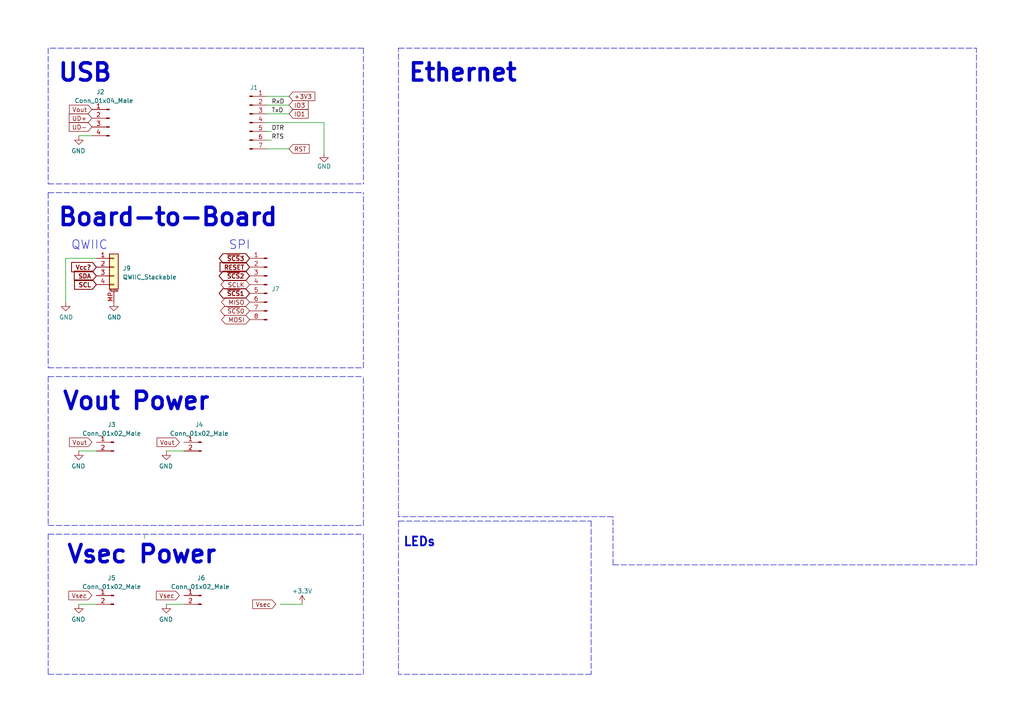
<source format=kicad_sch>
(kicad_sch (version 20211123) (generator eeschema)
  (paper "A4")
  (title_block (title "Ethernet Spacer") (rev "0.2.1") (company "The Nerd Mage"))
  (lib_symbols
    (symbol "Connector:Conn_01x02_Male" (pin_names (offset 1.016) hide)
      (property "Reference" "J" (at 0 2.54 0))
      (property "Value" "Conn_01x02_Male" (at 0 -5.08 0))
      (symbol "Conn_01x02_Male_1_1"
        (polyline (pts (xy 1.27 -2.54) (xy 0.8636 -2.54)) (stroke (width 0.1524)))
        (polyline (pts (xy 1.27 0) (xy 0.8636 0)) (stroke (width 0.1524)))
        (rectangle (start 0.8636 -2.413) (end 0 -2.667) (stroke (width 0.1524)) (fill (type outline)))
        (rectangle (start 0.8636 0.127) (end 0 -0.127) (stroke (width 0.1524)) (fill (type outline)))
        (pin passive line (at 5.08 0 180) (length 3.81) (name "Pin_1") (number "1"))
        (pin passive line (at 5.08 -2.54 180) (length 3.81) (name "Pin_2") (number "2"))
      )
    )
    (symbol "Connector:Conn_01x04_Male" (pin_names (offset 1.016) hide)
      (property "Reference" "J" (at 0 5.08 0))
      (property "Value" "Conn_01x04_Male" (at 0 -7.62 0))
      (symbol "Conn_01x04_Male_1_1"
        (polyline (pts (xy 1.27 -5.08) (xy 0.8636 -5.08)) (stroke (width 0.1524)))
        (polyline (pts (xy 1.27 -2.54) (xy 0.8636 -2.54)) (stroke (width 0.1524)))
        (polyline (pts (xy 1.27 0) (xy 0.8636 0)) (stroke (width 0.1524)))
        (polyline (pts (xy 1.27 2.54) (xy 0.8636 2.54)) (stroke (width 0.1524)))
        (rectangle (start 0.8636 -4.953) (end 0 -5.207) (stroke (width 0.1524)) (fill (type outline)))
        (rectangle (start 0.8636 -2.413) (end 0 -2.667) (stroke (width 0.1524)) (fill (type outline)))
        (rectangle (start 0.8636 0.127) (end 0 -0.127) (stroke (width 0.1524)) (fill (type outline)))
        (rectangle (start 0.8636 2.667) (end 0 2.413) (stroke (width 0.1524)) (fill (type outline)))
        (pin passive line (at 5.08 2.54 180) (length 3.81) (name "Pin_1") (number "1"))
        (pin passive line (at 5.08 0 180) (length 3.81) (name "Pin_2") (number "2"))
        (pin passive line (at 5.08 -2.54 180) (length 3.81) (name "Pin_3") (number "3"))
        (pin passive line (at 5.08 -5.08 180) (length 3.81) (name "Pin_4") (number "4"))
      )
    )
    (symbol "Connector:Conn_01x07_Male" (pin_names (offset 1.016) hide)
      (property "Reference" "J" (at 0 10.16 0))
      (property "Value" "Conn_01x07_Male" (at 0 -10.16 0))
      (symbol "Conn_01x07_Male_1_1"
        (polyline (pts (xy 1.27 -7.62) (xy 0.8636 -7.62)) (stroke (width 0.1524)))
        (polyline (pts (xy 1.27 -5.08) (xy 0.8636 -5.08)) (stroke (width 0.1524)))
        (polyline (pts (xy 1.27 -2.54) (xy 0.8636 -2.54)) (stroke (width 0.1524)))
        (polyline (pts (xy 1.27 0) (xy 0.8636 0)) (stroke (width 0.1524)))
        (polyline (pts (xy 1.27 2.54) (xy 0.8636 2.54)) (stroke (width 0.1524)))
        (polyline (pts (xy 1.27 5.08) (xy 0.8636 5.08)) (stroke (width 0.1524)))
        (polyline (pts (xy 1.27 7.62) (xy 0.8636 7.62)) (stroke (width 0.1524)))
        (rectangle (start 0.8636 -7.493) (end 0 -7.747) (stroke (width 0.1524)) (fill (type outline)))
        (rectangle (start 0.8636 -4.953) (end 0 -5.207) (stroke (width 0.1524)) (fill (type outline)))
        (rectangle (start 0.8636 -2.413) (end 0 -2.667) (stroke (width 0.1524)) (fill (type outline)))
        (rectangle (start 0.8636 0.127) (end 0 -0.127) (stroke (width 0.1524)) (fill (type outline)))
        (rectangle (start 0.8636 2.667) (end 0 2.413) (stroke (width 0.1524)) (fill (type outline)))
        (rectangle (start 0.8636 5.207) (end 0 4.953) (stroke (width 0.1524)) (fill (type outline)))
        (rectangle (start 0.8636 7.747) (end 0 7.493) (stroke (width 0.1524)) (fill (type outline)))
        (pin passive line (at 5.08 7.62 180) (length 3.81) (name "Pin_1") (number "1"))
        (pin passive line (at 5.08 5.08 180) (length 3.81) (name "Pin_2") (number "2"))
        (pin passive line (at 5.08 2.54 180) (length 3.81) (name "Pin_3") (number "3"))
        (pin passive line (at 5.08 0 180) (length 3.81) (name "Pin_4") (number "4"))
        (pin passive line (at 5.08 -2.54 180) (length 3.81) (name "Pin_5") (number "5"))
        (pin passive line (at 5.08 -5.08 180) (length 3.81) (name "Pin_6") (number "6"))
        (pin passive line (at 5.08 -7.62 180) (length 3.81) (name "Pin_7") (number "7"))
      )
    )
    (symbol "Connector:Conn_01x08_Male" (pin_names (offset 1.016) hide)
      (property "Reference" "J" (at 0 10.16 0))
      (property "Value" "Conn_01x08_Male" (at 0 -12.7 0))
      (symbol "Conn_01x08_Male_1_1"
        (polyline (pts (xy 1.27 -10.16) (xy 0.8636 -10.16)) (stroke (width 0.1524)))
        (polyline (pts (xy 1.27 -7.62) (xy 0.8636 -7.62)) (stroke (width 0.1524)))
        (polyline (pts (xy 1.27 -5.08) (xy 0.8636 -5.08)) (stroke (width 0.1524)))
        (polyline (pts (xy 1.27 -2.54) (xy 0.8636 -2.54)) (stroke (width 0.1524)))
        (polyline (pts (xy 1.27 0) (xy 0.8636 0)) (stroke (width 0.1524)))
        (polyline (pts (xy 1.27 2.54) (xy 0.8636 2.54)) (stroke (width 0.1524)))
        (polyline (pts (xy 1.27 5.08) (xy 0.8636 5.08)) (stroke (width 0.1524)))
        (polyline (pts (xy 1.27 7.62) (xy 0.8636 7.62)) (stroke (width 0.1524)))
        (rectangle (start 0.8636 -10.033) (end 0 -10.287) (stroke (width 0.1524)) (fill (type outline)))
        (rectangle (start 0.8636 -7.493) (end 0 -7.747) (stroke (width 0.1524)) (fill (type outline)))
        (rectangle (start 0.8636 -4.953) (end 0 -5.207) (stroke (width 0.1524)) (fill (type outline)))
        (rectangle (start 0.8636 -2.413) (end 0 -2.667) (stroke (width 0.1524)) (fill (type outline)))
        (rectangle (start 0.8636 0.127) (end 0 -0.127) (stroke (width 0.1524)) (fill (type outline)))
        (rectangle (start 0.8636 2.667) (end 0 2.413) (stroke (width 0.1524)) (fill (type outline)))
        (rectangle (start 0.8636 5.207) (end 0 4.953) (stroke (width 0.1524)) (fill (type outline)))
        (rectangle (start 0.8636 7.747) (end 0 7.493) (stroke (width 0.1524)) (fill (type outline)))
        (pin passive line (at 5.08 7.62 180) (length 3.81) (name "Pin_1") (number "1"))
        (pin passive line (at 5.08 5.08 180) (length 3.81) (name "Pin_2") (number "2"))
        (pin passive line (at 5.08 2.54 180) (length 3.81) (name "Pin_3") (number "3"))
        (pin passive line (at 5.08 0 180) (length 3.81) (name "Pin_4") (number "4"))
        (pin passive line (at 5.08 -2.54 180) (length 3.81) (name "Pin_5") (number "5"))
        (pin passive line (at 5.08 -5.08 180) (length 3.81) (name "Pin_6") (number "6"))
        (pin passive line (at 5.08 -7.62 180) (length 3.81) (name "Pin_7") (number "7"))
        (pin passive line (at 5.08 -10.16 180) (length 3.81) (name "Pin_8") (number "8"))
      )
    )
    (symbol "Connector_QWIIC_Stackable:QWIIC_Stackable" (pin_names (offset 1.016) hide)
      (property "Reference" "J" (at 0 5.08 0))
      (property "Value" "QWIIC_Stackable" (at 1.27 -7.62 0))
      (symbol "QWIIC_Stackable_1_1"
        (rectangle (start -1.27 -4.953) (end 0 -5.207) (stroke (width 0.1524)))
        (rectangle (start -1.27 -2.413) (end 0 -2.667) (stroke (width 0.1524)))
        (rectangle (start -1.27 0.127) (end 0 -0.127) (stroke (width 0.1524)))
        (rectangle (start -1.27 2.667) (end 0 2.413) (stroke (width 0.1524)))
        (rectangle (start -1.27 3.81) (end 1.27 -6.35) (stroke (width 0.254)) (fill (type background)))
        (polyline (pts (xy -1.016 -7.112) (xy 1.016 -7.112)) (stroke (width 0.1524)))
        (text "Mounting" (at 0 -6.731 0) (effects (font (size 0.381 0.381))))
        (pin passive line (at -5.08 2.54 0) (length 3.81) (name "Pin_1") (number "1"))
        (pin passive line (at -5.08 0 0) (length 3.81) (name "Pin_2") (number "2"))
        (pin passive line (at -5.08 -2.54 0) (length 3.81) (name "Pin_3") (number "3"))
        (pin passive line (at -5.08 -5.08 0) (length 3.81) (name "Pin_4") (number "4"))
        (pin passive line (at 0 -10.16 90) (length 3.048) (name "MountPin") (number "MP"))
      )
    )
    (symbol "power:+3.3V" (power) (pin_names (offset 0))
      (property "Value" "+3.3V" (at 0 3.556 0))
      (symbol "+3.3V_0_1"
        (polyline (pts (xy -0.762 1.27) (xy 0 2.54)))
        (polyline (pts (xy 0 0) (xy 0 2.54)))
        (polyline (pts (xy 0 2.54) (xy 0.762 1.27)))
      )
      (symbol "+3.3V_1_1"
        (pin power_in line (at 0 0 90) (length 0) hide (name "+3.3V") (number "1"))
      )
    )
    (symbol "power:GND" (power) (pin_names (offset 0))
      (property "Value" "GND" (at 0 -3.81 0))
      (symbol "GND_0_1"
        (polyline (pts (xy 0 0) (xy 0 -1.27) (xy 1.27 -1.27) (xy 0 -2.54) (xy -1.27 -1.27) (xy 0 -1.27)))
      )
      (symbol "GND_1_1"
        (pin power_in line (at 0 0 270) (length 0) hide (name "GND") (number "1"))
      )
    )
  )
  (polyline (pts (xy 303.53 15.24) (xy 303.53 20.32)))
  (polyline (pts (xy 115.57 151.13) (xy 171.45 151.13)))
  (polyline (pts (xy 105.41 13.97) (xy 105.41 53.34)))
  (wire (pts (xy 77.47 27.94) (xy 83.82 27.94)))
  (polyline (pts (xy 105.41 13.97) (xy 13.97 13.97)))
  (polyline (pts (xy 13.97 152.4) (xy 105.41 152.4)))
  (polyline (pts (xy 115.57 151.13) (xy 115.57 195.58)))
  (polyline (pts (xy 13.97 55.88) (xy 105.41 55.88)))
  (polyline (pts (xy 105.41 152.4) (xy 105.41 109.22)))
  (wire (pts (xy 77.47 33.02) (xy 83.82 33.02)))
  (wire (pts (xy 27.94 74.93) (xy 19.05 74.93)))
  (polyline (pts (xy 13.97 154.94) (xy 105.41 154.94)))
  (polyline (pts (xy 13.97 109.22) (xy 13.97 152.4)))
  (polyline (pts (xy 171.45 195.58) (xy 115.57 195.58)))
  (polyline (pts (xy 13.97 195.58) (xy 105.41 195.58)))
  (wire (pts (xy 26.67 39.37) (xy 22.86 39.37)))
  (polyline (pts (xy 13.97 53.34) (xy 105.41 53.34)))
  (polyline (pts (xy 115.57 149.86) (xy 115.57 13.97)))
  (polyline (pts (xy 105.41 195.58) (xy 105.41 154.94)))
  (polyline (pts (xy 13.97 154.94) (xy 13.97 195.58)))
  (wire (pts (xy 77.47 43.18) (xy 83.82 43.18)))
  (polyline (pts (xy 115.57 13.97) (xy 283.21 13.97)))
  (polyline (pts (xy 177.8 149.86) (xy 115.57 149.86)))
  (polyline (pts (xy 13.97 13.97) (xy 13.97 53.34)))
  (wire (pts (xy 93.98 35.56) (xy 77.47 35.56)))
  (wire (pts (xy 48.26 130.81) (xy 53.34 130.81)))
  (wire (pts (xy 22.86 130.81) (xy 27.94 130.81)))
  (wire (pts (xy 77.47 40.64) (xy 78.74 40.64)))
  (polyline (pts (xy 177.8 163.83) (xy 177.8 149.86)))
  (wire (pts (xy 77.47 30.48) (xy 83.82 30.48)))
  (wire (pts (xy 41.91 156.21) (xy 41.91 154.94)))
  (polyline (pts (xy 13.97 106.68) (xy 105.41 106.68)))
  (wire (pts (xy 48.26 175.26) (xy 53.34 175.26)))
  (wire (pts (xy 93.98 44.45) (xy 93.98 35.56)))
  (polyline (pts (xy 177.8 163.83) (xy 283.21 163.83)))
  (polyline (pts (xy 13.97 55.88) (xy 13.97 106.68)))
  (wire (pts (xy 19.05 74.93) (xy 19.05 87.63)))
  (polyline (pts (xy 171.45 151.13) (xy 171.45 195.58)))
  (wire (pts (xy 81.28 175.26) (xy 87.63 175.26)))
  (wire (pts (xy 77.47 38.1) (xy 78.74 38.1)))
  (polyline (pts (xy 283.21 163.83) (xy 283.21 13.97)))
  (polyline (pts (xy 13.97 109.22) (xy 105.41 109.22)))
  (polyline (pts (xy 105.41 106.68) (xy 105.41 55.88)))
  (wire (pts (xy 22.86 175.26) (xy 27.94 175.26)))
  (text "Vsec Power" (at 19.05 163.83 0) (effects (font (size 5 5) (thickness 1) bold) (justify left bottom)))
  (text "Vout Power" (at 17.78 119.38 0) (effects (font (size 5 5) (thickness 1) bold) (justify left bottom)))
  (text "QWIIC" (at 20.5922 72.6475 0) (effects (font (size 2.54 2.54)) (justify left bottom)))
  (text "Board-to-Board" (at 16.51 66.04 0) (effects (font (size 5 5) (thickness 1) bold) (justify left bottom)))
  (text "ethernet connector is upside down for the cable clip / to be able to remove the cable" (at 543.56 215.9 0) (effects (font (size 2.5 2.5)) (justify left bottom)))
  (text "USB" (at 16.51 24.13 0) (effects (font (size 5 5) (thickness 1) bold) (justify left bottom)))
  (text "Ethernet" (at 118.11 24.13 0) (effects (font (size 5 5) (thickness 1) bold) (justify left bottom)))
  (text "SPI" (at 66.3122 72.6475 0) (effects (font (size 2.54 2.54)) (justify left bottom)))
  (text "LEDs" (at 116.84 158.75 180) (effects (font (size 2.54 2.54) (thickness 0.508) bold) (justify left bottom)))
  (label "TxD" (at 78.74 33.02 0))
  (label "DTR" (at 78.74 38.1 0))
  (label "RTS" (at 78.74 40.64 0))
  (label "RxD" (at 78.74 30.48 0))
  (global_label "Vcc?" (shape input) (at 27.94 77.47 180) (effects (font (thickness 0.254) bold)) (property "Intersheet References" "${INTERSHEET_REFS}" (effects hide)))
  (global_label "Vout" (shape input) (at 26.67 31.75 180) (property "Intersheet References" "${INTERSHEET_REFS}" (effects hide)))
  (global_label "Vout" (shape input) (at 26.67 128.27 180) (property "Intersheet References" "${INTERSHEET_REFS}" (effects hide)))
  (global_label "IO3" (shape input) (at 83.82 30.48 0) (property "Intersheet References" "${INTERSHEET_REFS}" (effects hide)))
  (global_label "Vsec" (shape input) (at 80.01 175.26 180) (property "Intersheet References" "${INTERSHEET_REFS}" (effects hide)))
  (global_label "Vout" (shape input) (at 52.07 128.27 180) (property "Intersheet References" "${INTERSHEET_REFS}" (effects hide)))
  (global_label "Vsec" (shape input) (at 26.67 172.72 180) (property "Intersheet References" "${INTERSHEET_REFS}" (effects hide)))
  (global_label "IO1" (shape input) (at 83.82 33.02 0) (property "Intersheet References" "${INTERSHEET_REFS}" (effects hide)))
  (global_label "~{SCS}1" (shape bidirectional) (at 72.39 85.09 180) (effects (font (thickness 0.254) bold)) (property "Intersheet References" "${INTERSHEET_REFS}" (effects hide)))
  (global_label "SCLK" (shape bidirectional) (at 72.39 82.55 180) (property "Intersheet References" "${INTERSHEET_REFS}" (effects hide)))
  (global_label "UD-" (shape input) (at 26.67 36.83 180) (property "Intersheet References" "${INTERSHEET_REFS}" (effects hide)))
  (global_label "~{SCS}3" (shape bidirectional) (at 72.39 74.93 180) (effects (font (thickness 0.254) bold)) (property "Intersheet References" "${INTERSHEET_REFS}" (effects hide)))
  (global_label "RESET" (shape input) (at 72.39 77.47 180) (effects (font (thickness 0.254) bold)) (property "Intersheet References" "${INTERSHEET_REFS}" (effects hide)))
  (global_label "SDA" (shape input) (at 27.94 80.01 180) (effects (font bold)) (property "Intersheet References" "${INTERSHEET_REFS}" (effects hide)))
  (global_label "~{SCS}2" (shape bidirectional) (at 72.39 80.01 180) (effects (font (thickness 0.254) bold)) (property "Intersheet References" "${INTERSHEET_REFS}" (effects hide)))
  (global_label "+3V3" (shape input) (at 83.82 27.94 0) (property "Intersheet References" "${INTERSHEET_REFS}" (effects hide)))
  (global_label "SCL" (shape input) (at 27.94 82.55 180) (effects (font (thickness 0.254) bold)) (property "Intersheet References" "${INTERSHEET_REFS}" (effects hide)))
  (global_label "~{SCS}0" (shape bidirectional) (at 72.39 90.17 180) (property "Intersheet References" "${INTERSHEET_REFS}" (effects hide)))
  (global_label "MOSI" (shape bidirectional) (at 72.39 92.71 180) (property "Intersheet References" "${INTERSHEET_REFS}" (effects hide)))
  (global_label "Vsec" (shape input) (at 52.07 172.72 180) (property "Intersheet References" "${INTERSHEET_REFS}" (effects hide)))
  (global_label "MISO" (shape bidirectional) (at 72.39 87.63 180) (property "Intersheet References" "${INTERSHEET_REFS}" (effects hide)))
  (global_label "UD+" (shape input) (at 26.67 34.29 180) (property "Intersheet References" "${INTERSHEET_REFS}" (effects hide)))
  (global_label "RST" (shape input) (at 83.82 43.18 0) (property "Intersheet References" "${INTERSHEET_REFS}" (effects hide)))
  (symbol (lib_id "Connector:Conn_01x02_Male") (at 33.02 128.27 0) (mirror y) (unit 1) (in_bom no)
    (property "Reference" "J3" (at 32.385 123.19 0))
    (property "Value" "Conn_01x02_Male" (at 32.385 125.73 0))
    (property "Footprint" "Tinker:Board_Stacker_2" (effects hide))
  )
  (symbol (lib_id "power:GND") (at 22.86 39.37 0) (mirror y) (unit 1)
    (property "Reference" "#PWR0106" (effects hide))
    (property "Value" "GND" (at 22.733 43.7642 0))
  )
  (symbol (lib_id "Connector:Conn_01x02_Male") (at 58.42 128.27 0) (mirror y) (unit 1) (in_bom no)
    (property "Reference" "J4" (at 57.785 123.19 0))
    (property "Value" "Conn_01x02_Male" (at 57.785 125.73 0))
    (property "Footprint" "Tinker:Board_Stacker_2" (effects hide))
  )
  (symbol (lib_id "power:GND") (at 93.98 44.45 0) (unit 1)
    (property "Reference" "#PWR0103" (effects hide))
    (property "Value" "GND" (at 93.98 48.26 0))
  )
  (symbol (lib_id "power:GND") (at 22.86 130.81 0) (mirror y) (unit 1)
    (property "Reference" "#PWR0104" (effects hide))
    (property "Value" "GND" (at 22.733 135.2042 0))
  )
  (symbol (lib_id "power:GND") (at 48.26 175.26 0) (mirror y) (unit 1)
    (property "Reference" "#PWR0101" (effects hide))
    (property "Value" "GND" (at 48.133 179.6542 0))
  )
  (symbol (lib_id "power:GND") (at 48.26 130.81 0) (mirror y) (unit 1)
    (property "Reference" "#PWR0102" (effects hide))
    (property "Value" "GND" (at 48.133 135.2042 0))
  )
  (symbol (lib_id "power:GND") (at 22.86 175.26 0) (mirror y) (unit 1)
    (property "Reference" "#PWR0120" (effects hide))
    (property "Value" "GND" (at 22.733 179.6542 0))
  )
  (symbol (lib_id "Connector:Conn_01x07_Male") (at 72.39 35.56 0) (unit 1) (in_bom no) (on_board no)
    (property "Reference" "J1" (at 73.66 25.4 0))
    (property "Value" "Conn_01x07_Male" (effects hide))
    (property "Footprint" "Tinker:Board_Stacker_7" (effects hide))
    (property "Note" "Footprint only" (effects hide))
  )
  (symbol (lib_id "Connector_QWIIC_Stackable:QWIIC_Stackable") (at 33.02 77.47 0) (unit 1) (in_bom no)
    (property "Reference" "J9" (at 35.56 77.8255 0) (effects (justify left)))
    (property "Value" "QWIIC_Stackable" (at 35.56 80.3655 0) (effects (justify left)))
    (property "Footprint" "Tinker:QWIIC_Stack_II" (effects hide))
  )
  (symbol (lib_id "Connector:Conn_01x02_Male") (at 58.42 172.72 0) (mirror y) (unit 1) (in_bom no)
    (property "Reference" "J6" (at 57.15 167.64 0) (effects (justify right)))
    (property "Value" "Conn_01x02_Male" (at 49.53 170.18 0) (effects (justify right)))
    (property "Footprint" "Tinker:Board_Stacker_2" (effects hide))
  )
  (symbol (lib_id "power:+3.3V") (at 87.63 175.26 0) (unit 1)
    (property "Reference" "#PWR0116" (effects hide))
    (property "Value" "+3.3V" (at 87.63 171.45 0))
  )
  (symbol (lib_id "power:GND") (at 33.02 87.63 0) (unit 1)
    (property "Reference" "#PWR0123" (effects hide))
    (property "Value" "GND" (at 33.147 92.0242 0))
  )
  (symbol (lib_id "Connector:Conn_01x08_Male") (at 77.47 82.55 0) (mirror y) (unit 1) (in_bom no)
    (property "Reference" "J7" (at 78.74 83.8199 0) (effects (justify right)))
    (property "Value" "Conn_01x08_Male" (effects hide))
    (property "Footprint" "Tinker:PinHeader_2x04_P1.27mm_Vertical" (effects hide))
    (property "LCSC" "C2881786 + C2684732" (effects hide))
  )
  (symbol (lib_id "Connector:Conn_01x04_Male") (at 31.75 34.29 0) (mirror y) (unit 1) (in_bom no)
    (property "Reference" "J2" (at 27.94 26.67 0) (effects (justify right)))
    (property "Value" "Conn_01x04_Male" (at 21.59 29.21 0) (effects (justify right)))
    (property "Footprint" "Tinker:Board_Stacker_4" (effects hide))
  )
  (symbol (lib_id "power:GND") (at 19.05 87.63 0) (unit 1)
    (property "Reference" "#PWR0124" (effects hide))
    (property "Value" "GND" (at 19.177 92.0242 0))
  )
  (symbol (lib_id "Connector:Conn_01x02_Male") (at 33.02 172.72 0) (mirror y) (unit 1) (in_bom no)
    (property "Reference" "J5" (at 32.385 167.64 0))
    (property "Value" "Conn_01x02_Male" (at 32.385 170.18 0))
    (property "Footprint" "Tinker:Board_Stacker_2" (effects hide))
  )
)
</source>
